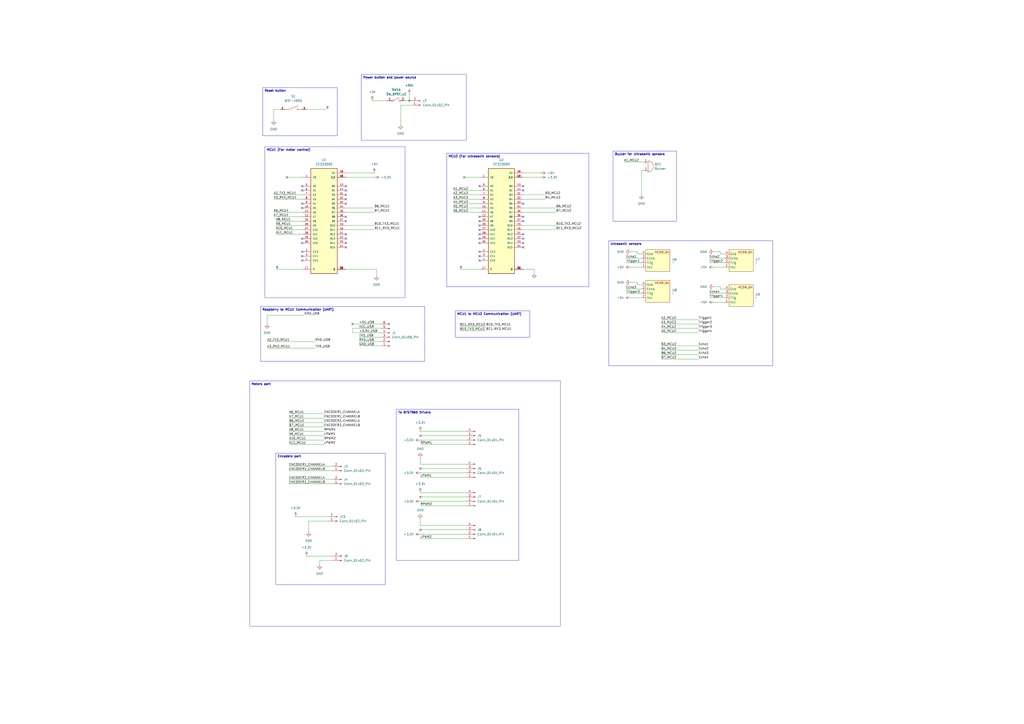
<source format=kicad_sch>
(kicad_sch (version 20231120) (generator "eeschema") (generator_version "8.0")
  (paper "A2")
  (lib_symbols
    (symbol "B3F-4055:B3F-4055" (pin_names (offset 1.016))
      (property "Reference" "S" (at -2.54 2.54 0))
      (property "Value" "B3F-4055" (at -2.54 -2.54 0))
      (symbol "B3F-4055_0_0"
        (polyline (pts (xy -2.54 0) (xy -5.08 0)) (stroke (width 0.1524)))
        (polyline (pts (xy -2.54 0) (xy 2.794 2.1336)) (stroke (width 0.1524)))
        (polyline (pts (xy 5.08 0) (xy 2.921 0)) (stroke (width 0.1524)))
        (circle (center 2.54 0) (radius 0.3302) (stroke (width 0.1524)))
        (pin passive line (at -7.62 0 0) (length 2.54) (name "~") (number "1"))
        (pin passive line (at -7.62 0 0) (length 2.54) (name "~") (number "2"))
        (pin passive line (at 7.62 0 180) (length 2.54) (name "~") (number "3"))
        (pin passive line (at 7.62 0 180) (length 2.54) (name "~") (number "4"))
      )
    )
    (symbol "Connector:Conn_01x02_Pin" (pin_names (offset 1.016) hide)
      (property "Reference" "J" (at 0 2.54 0))
      (property "Value" "Conn_01x02_Pin" (at 0 -5.08 0))
      (symbol "Conn_01x02_Pin_1_1"
        (polyline (pts (xy 1.27 -2.54) (xy 0.8636 -2.54)) (stroke (width 0.1524)))
        (polyline (pts (xy 1.27 0) (xy 0.8636 0)) (stroke (width 0.1524)))
        (rectangle (start 0.8636 -2.413) (end 0 -2.667) (stroke (width 0.1524)) (fill (type outline)))
        (rectangle (start 0.8636 0.127) (end 0 -0.127) (stroke (width 0.1524)) (fill (type outline)))
        (pin passive line (at 5.08 0 180) (length 3.81) (name "Pin_1") (number "1"))
        (pin passive line (at 5.08 -2.54 180) (length 3.81) (name "Pin_2") (number "2"))
      )
    )
    (symbol "Connector:Conn_01x04_Pin" (pin_names (offset 1.016) hide)
      (property "Reference" "J" (at 0 5.08 0))
      (property "Value" "Conn_01x04_Pin" (at 0 -7.62 0))
      (symbol "Conn_01x04_Pin_1_1"
        (polyline (pts (xy 1.27 -5.08) (xy 0.8636 -5.08)) (stroke (width 0.1524)))
        (polyline (pts (xy 1.27 -2.54) (xy 0.8636 -2.54)) (stroke (width 0.1524)))
        (polyline (pts (xy 1.27 0) (xy 0.8636 0)) (stroke (width 0.1524)))
        (polyline (pts (xy 1.27 2.54) (xy 0.8636 2.54)) (stroke (width 0.1524)))
        (rectangle (start 0.8636 -4.953) (end 0 -5.207) (stroke (width 0.1524)) (fill (type outline)))
        (rectangle (start 0.8636 -2.413) (end 0 -2.667) (stroke (width 0.1524)) (fill (type outline)))
        (rectangle (start 0.8636 0.127) (end 0 -0.127) (stroke (width 0.1524)) (fill (type outline)))
        (rectangle (start 0.8636 2.667) (end 0 2.413) (stroke (width 0.1524)) (fill (type outline)))
        (pin passive line (at 5.08 2.54 180) (length 3.81) (name "Pin_1") (number "1"))
        (pin passive line (at 5.08 0 180) (length 3.81) (name "Pin_2") (number "2"))
        (pin passive line (at 5.08 -2.54 180) (length 3.81) (name "Pin_3") (number "3"))
        (pin passive line (at 5.08 -5.08 180) (length 3.81) (name "Pin_4") (number "4"))
      )
    )
    (symbol "Connector:Conn_01x06_Pin" (pin_names (offset 1.016) hide)
      (property "Reference" "J" (at 0 7.62 0))
      (property "Value" "Conn_01x06_Pin" (at 0 -10.16 0))
      (symbol "Conn_01x06_Pin_1_1"
        (polyline (pts (xy 1.27 -7.62) (xy 0.8636 -7.62)) (stroke (width 0.1524)))
        (polyline (pts (xy 1.27 -5.08) (xy 0.8636 -5.08)) (stroke (width 0.1524)))
        (polyline (pts (xy 1.27 -2.54) (xy 0.8636 -2.54)) (stroke (width 0.1524)))
        (polyline (pts (xy 1.27 0) (xy 0.8636 0)) (stroke (width 0.1524)))
        (polyline (pts (xy 1.27 2.54) (xy 0.8636 2.54)) (stroke (width 0.1524)))
        (polyline (pts (xy 1.27 5.08) (xy 0.8636 5.08)) (stroke (width 0.1524)))
        (rectangle (start 0.8636 -7.493) (end 0 -7.747) (stroke (width 0.1524)) (fill (type outline)))
        (rectangle (start 0.8636 -4.953) (end 0 -5.207) (stroke (width 0.1524)) (fill (type outline)))
        (rectangle (start 0.8636 -2.413) (end 0 -2.667) (stroke (width 0.1524)) (fill (type outline)))
        (rectangle (start 0.8636 0.127) (end 0 -0.127) (stroke (width 0.1524)) (fill (type outline)))
        (rectangle (start 0.8636 2.667) (end 0 2.413) (stroke (width 0.1524)) (fill (type outline)))
        (rectangle (start 0.8636 5.207) (end 0 4.953) (stroke (width 0.1524)) (fill (type outline)))
        (pin passive line (at 5.08 5.08 180) (length 3.81) (name "Pin_1") (number "1"))
        (pin passive line (at 5.08 2.54 180) (length 3.81) (name "Pin_2") (number "2"))
        (pin passive line (at 5.08 0 180) (length 3.81) (name "Pin_3") (number "3"))
        (pin passive line (at 5.08 -2.54 180) (length 3.81) (name "Pin_4") (number "4"))
        (pin passive line (at 5.08 -5.08 180) (length 3.81) (name "Pin_5") (number "5"))
        (pin passive line (at 5.08 -7.62 180) (length 3.81) (name "Pin_6") (number "6"))
      )
    )
    (symbol "Device:Buzzer" (pin_names (offset 0.0254) hide)
      (property "Reference" "BZ" (at 3.81 1.27 0))
      (property "Value" "Buzzer" (at 3.81 -1.27 0))
      (symbol "Buzzer_0_1"
        (arc (start 0 -3.175) (mid 3.1612 0) (end 0 3.175))
        (polyline (pts (xy -1.651 1.905) (xy -1.143 1.905)))
        (polyline (pts (xy -1.397 2.159) (xy -1.397 1.651)))
        (polyline (pts (xy 0 3.175) (xy 0 -3.175)))
      )
      (symbol "Buzzer_1_1"
        (pin passive line (at -2.54 2.54 0) (length 2.54) (name "+") (number "1"))
        (pin passive line (at -2.54 -2.54 0) (length 2.54) (name "-") (number "2"))
      )
    )
    (symbol "HCSR_04_symbol:HCSR_04_module"
      (property "Reference" "U" (at 0 0 0))
      (symbol "HCSR_04_module_1_1"
        (rectangle (start 2.54 7.62) (end 16.51 -5.08) (fill (type background)))
        (text "HCSR_04" (at 11.938 6.096 0) (effects (font (size 1.27 1.27))))
        (pin power_in line (at 0 -2.54 0) (length 2.54) (name "Vcc") (number "1"))
        (pin input line (at 0 0 0) (length 2.54) (name "Trig") (number "2"))
        (pin output line (at 0 2.54 0) (length 2.54) (name "Echo") (number "3"))
        (pin power_in line (at 0 5.08 0) (length 2.54) (name "Gnd") (number "4"))
      )
    )
    (symbol "Switch:SW_DPST_x2" (pin_names (offset 0) hide)
      (property "Reference" "SW" (at 0 3.175 0))
      (property "Value" "SW_DPST_x2" (at 0 -2.54 0))
      (symbol "SW_DPST_x2_0_0"
        (circle (center -2.032 0) (radius 0.508))
        (polyline (pts (xy -1.524 0.254) (xy 1.524 1.778)))
        (circle (center 2.032 0) (radius 0.508))
      )
      (symbol "SW_DPST_x2_1_1"
        (pin passive line (at -5.08 0 0) (length 2.54) (name "A") (number "1"))
        (pin passive line (at 5.08 0 180) (length 2.54) (name "B") (number "2"))
      )
      (symbol "SW_DPST_x2_2_1"
        (pin passive line (at -5.08 0 0) (length 2.54) (name "A") (number "3"))
        (pin passive line (at 5.08 0 180) (length 2.54) (name "B") (number "4"))
      )
    )
    (symbol "ZC323000:ZC323000" (pin_names (offset 1.016))
      (property "Reference" "U" (at -7.62 31.75 0))
      (property "Value" "ZC323000" (at -7.62 -31.75 0))
      (symbol "ZC323000_0_0"
        (rectangle (start -7.62 -30.48) (end 7.62 30.48) (stroke (width 0.254)) (fill (type background)))
        (pin bidirectional line (at -12.7 25.4 0) (length 5.08) (name "VB") (number "1"))
        (pin bidirectional line (at -12.7 7.62 0) (length 5.08) (name "A5") (number "10"))
        (pin bidirectional line (at -12.7 5.08 0) (length 5.08) (name "A6") (number "11"))
        (pin bidirectional line (at -12.7 2.54 0) (length 5.08) (name "A7") (number "12"))
        (pin bidirectional line (at 12.7 20.32 180) (length 5.08) (name "B0") (number "13"))
        (pin bidirectional line (at 12.7 17.78 180) (length 5.08) (name "B1") (number "14"))
        (pin bidirectional line (at 12.7 -2.54 180) (length 5.08) (name "B10") (number "15"))
        (pin bidirectional line (at 12.7 -5.08 180) (length 5.08) (name "B11") (number "16"))
        (pin bidirectional line (at -12.7 -27.94 0) (length 5.08) (name "R") (number "17"))
        (pin power_in line (at 12.7 25.4 180) (length 5.08) (name "3.3") (number "18"))
        (pin power_in line (at 12.7 -27.94 180) (length 5.08) (name "G") (number "19"))
        (pin bidirectional line (at -12.7 -17.78 0) (length 5.08) (name "C13") (number "2"))
        (pin power_in line (at 12.7 -27.94 180) (length 5.08) (name "G") (number "20"))
        (pin bidirectional line (at 12.7 -7.62 180) (length 5.08) (name "B12") (number "21"))
        (pin bidirectional line (at 12.7 -10.16 180) (length 5.08) (name "B13") (number "22"))
        (pin bidirectional line (at 12.7 -12.7 180) (length 5.08) (name "B14") (number "23"))
        (pin bidirectional line (at 12.7 -15.24 180) (length 5.08) (name "B15") (number "24"))
        (pin bidirectional line (at -12.7 0 0) (length 5.08) (name "A8") (number "25"))
        (pin bidirectional line (at -12.7 -2.54 0) (length 5.08) (name "A9") (number "26"))
        (pin bidirectional line (at -12.7 -5.08 0) (length 5.08) (name "A10") (number "27"))
        (pin bidirectional line (at -12.7 -7.62 0) (length 5.08) (name "A11") (number "28"))
        (pin bidirectional line (at -12.7 -10.16 0) (length 5.08) (name "A12") (number "29"))
        (pin bidirectional line (at -12.7 -20.32 0) (length 5.08) (name "C14") (number "3"))
        (pin bidirectional line (at -12.7 -12.7 0) (length 5.08) (name "A15") (number "30"))
        (pin bidirectional line (at 12.7 15.24 180) (length 5.08) (name "B3") (number "31"))
        (pin bidirectional line (at 12.7 12.7 180) (length 5.08) (name "B4") (number "32"))
        (pin bidirectional line (at 12.7 10.16 180) (length 5.08) (name "B5") (number "33"))
        (pin bidirectional line (at 12.7 7.62 180) (length 5.08) (name "B6") (number "34"))
        (pin bidirectional line (at 12.7 5.08 180) (length 5.08) (name "B7") (number "35"))
        (pin bidirectional line (at 12.7 2.54 180) (length 5.08) (name "B8") (number "36"))
        (pin bidirectional line (at 12.7 0 180) (length 5.08) (name "B9") (number "37"))
        (pin power_in line (at 12.7 27.94 180) (length 5.08) (name "5V") (number "38"))
        (pin power_in line (at 12.7 -27.94 180) (length 5.08) (name "G") (number "39"))
        (pin bidirectional line (at -12.7 -22.86 0) (length 5.08) (name "C15") (number "4"))
        (pin power_in line (at 12.7 25.4 180) (length 5.08) (name "3.3") (number "40"))
        (pin bidirectional line (at -12.7 20.32 0) (length 5.08) (name "A0") (number "5"))
        (pin bidirectional line (at -12.7 17.78 0) (length 5.08) (name "A1") (number "6"))
        (pin bidirectional line (at -12.7 15.24 0) (length 5.08) (name "A2") (number "7"))
        (pin bidirectional line (at -12.7 12.7 0) (length 5.08) (name "A3") (number "8"))
        (pin bidirectional line (at -12.7 10.16 0) (length 5.08) (name "A4") (number "9"))
      )
    )
    (symbol "power:+3.3V" (power) (pin_numbers hide) (pin_names (offset 0) hide)
      (property "Value" "+3.3V" (at 0 3.556 0))
      (symbol "+3.3V_0_1"
        (polyline (pts (xy -0.762 1.27) (xy 0 2.54)))
        (polyline (pts (xy 0 0) (xy 0 2.54)))
        (polyline (pts (xy 0 2.54) (xy 0.762 1.27)))
      )
      (symbol "+3.3V_1_1"
        (pin power_in line (at 0 0 90) (length 0) (name "~") (number "1"))
      )
    )
    (symbol "power:+5V" (power) (pin_numbers hide) (pin_names (offset 0) hide)
      (property "Value" "+5V" (at 0 3.556 0))
      (symbol "+5V_0_1"
        (polyline (pts (xy -0.762 1.27) (xy 0 2.54)))
        (polyline (pts (xy 0 0) (xy 0 2.54)))
        (polyline (pts (xy 0 2.54) (xy 0.762 1.27)))
      )
      (symbol "+5V_1_1"
        (pin power_in line (at 0 0 90) (length 0) (name "~") (number "1"))
      )
    )
    (symbol "power:+5VL" (power) (pin_numbers hide) (pin_names (offset 0) hide)
      (property "Value" "+5VL" (at 0 3.556 0))
      (symbol "+5VL_0_1"
        (polyline (pts (xy -0.762 1.27) (xy 0 2.54)))
        (polyline (pts (xy 0 0) (xy 0 2.54)))
        (polyline (pts (xy 0 2.54) (xy 0.762 1.27)))
      )
      (symbol "+5VL_1_1"
        (pin power_in line (at 0 0 90) (length 0) (name "~") (number "1"))
      )
    )
    (symbol "power:GND" (power) (pin_numbers hide) (pin_names (offset 0) hide)
      (property "Value" "GND" (at 0 -3.81 0))
      (symbol "GND_0_1"
        (polyline (pts (xy 0 0) (xy 0 -1.27) (xy 1.27 -1.27) (xy 0 -2.54) (xy -1.27 -1.27) (xy 0 -1.27)))
      )
      (symbol "GND_1_1"
        (pin power_in line (at 0 0 270) (length 0) (name "~") (number "1"))
      )
    )
  )
  (junction (at 237.49 58.42))
  (no_connect (at 243.84 307.34))
  (no_connect (at 303.53 140.97))
  (no_connect (at 303.53 118.11))
  (no_connect (at 200.66 110.49))
  (no_connect (at 175.26 151.13))
  (no_connect (at 200.66 118.11))
  (no_connect (at 175.26 140.97))
  (no_connect (at 278.13 148.59))
  (no_connect (at 200.66 143.51))
  (no_connect (at 200.66 128.27))
  (no_connect (at 278.13 140.97))
  (no_connect (at 243.84 271.78))
  (no_connect (at 175.26 118.11))
  (no_connect (at 200.66 140.97))
  (no_connect (at 303.53 107.95))
  (no_connect (at 303.53 125.73))
  (no_connect (at 200.66 113.03))
  (no_connect (at 278.13 135.89))
  (no_connect (at 303.53 135.89))
  (no_connect (at 200.66 138.43))
  (no_connect (at 175.26 138.43))
  (no_connect (at 204.47 187.96))
  (no_connect (at 278.13 125.73))
  (no_connect (at 278.13 151.13))
  (no_connect (at 175.26 110.49))
  (no_connect (at 303.53 110.49))
  (no_connect (at 243.84 288.29))
  (no_connect (at 200.66 107.95))
  (no_connect (at 200.66 135.89))
  (no_connect (at 278.13 138.43))
  (no_connect (at 278.13 146.05))
  (no_connect (at 278.13 128.27))
  (no_connect (at 200.66 125.73))
  (no_connect (at 278.13 133.35))
  (no_connect (at 303.53 138.43))
  (no_connect (at 243.84 252.73))
  (no_connect (at 200.66 115.57))
  (no_connect (at 175.26 148.59))
  (no_connect (at 175.26 107.95))
  (no_connect (at 166.37 102.87))
  (no_connect (at 278.13 107.95))
  (no_connect (at 303.53 128.27))
  (no_connect (at 175.26 146.05))
  (no_connect (at 269.24 102.87))
  (no_connect (at 175.26 120.65))
  (no_connect (at 303.53 143.51))
  (no_connect (at 278.13 130.81))
  (wire (pts (xy 158.75 123.19) (xy 175.26 123.19)))
  (wire (pts (xy 243.84 293.37) (xy 270.51 293.37)))
  (wire (pts (xy 177.8 322.58) (xy 193.04 322.58)))
  (wire (pts (xy 158.75 125.73) (xy 175.26 125.73)))
  (wire (pts (xy 160.02 130.81) (xy 175.26 130.81)))
  (wire (pts (xy 167.64 273.05) (xy 193.04 273.05)))
  (wire (pts (xy 266.7 156.21) (xy 278.13 156.21)))
  (wire (pts (xy 185.42 325.12) (xy 185.42 327.66)))
  (wire (pts (xy 243.84 252.73) (xy 270.51 252.73)))
  (wire (pts (xy 420.37 167.64) (xy 417.83 167.64)))
  (wire (pts (xy 269.24 102.87) (xy 278.13 102.87)))
  (wire (pts (xy 369.57 147.32) (xy 369.57 146.05)))
  (wire (pts (xy 417.83 147.32) (xy 417.83 146.05)))
  (wire (pts (xy 365.76 154.94) (xy 372.11 154.94)))
  (wire (pts (xy 303.53 100.33) (xy 313.69 100.33)))
  (wire (pts (xy 383.54 187.96) (xy 405.13 187.96)))
  (wire (pts (xy 383.54 185.42) (xy 405.13 185.42)))
  (wire (pts (xy 363.22 167.64) (xy 372.11 167.64)))
  (wire (pts (xy 234.95 58.42) (xy 237.49 58.42)))
  (wire (pts (xy 363.22 149.86) (xy 372.11 149.86)))
  (wire (pts (xy 208.28 200.66) (xy 220.98 200.66)))
  (wire (pts (xy 243.84 307.34) (xy 270.51 307.34)))
  (wire (pts (xy 167.64 270.51) (xy 193.04 270.51)))
  (wire (pts (xy 266.7 191.77) (xy 281.94 191.77)))
  (wire (pts (xy 158.75 113.03) (xy 175.26 113.03)))
  (wire (pts (xy 243.84 300.99) (xy 243.84 304.8)))
  (wire (pts (xy 167.64 245.11) (xy 187.96 245.11)))
  (wire (pts (xy 204.47 193.04) (xy 220.98 193.04)))
  (wire (pts (xy 417.83 167.64) (xy 417.83 166.37)))
  (wire (pts (xy 303.53 123.19) (xy 322.58 123.19)))
  (wire (pts (xy 208.28 198.12) (xy 220.98 198.12)))
  (wire (pts (xy 200.66 100.33) (xy 217.17 100.33)))
  (wire (pts (xy 167.64 240.03) (xy 187.96 240.03)))
  (wire (pts (xy 262.89 113.03) (xy 278.13 113.03)))
  (wire (pts (xy 200.66 130.81) (xy 217.17 130.81)))
  (wire (pts (xy 373.38 99.06) (xy 372.11 99.06)))
  (wire (pts (xy 232.41 60.96) (xy 232.41 72.39)))
  (wire (pts (xy 167.64 280.67) (xy 193.04 280.67)))
  (wire (pts (xy 177.8 63.5) (xy 189.23 63.5)))
  (wire (pts (xy 303.53 133.35) (xy 322.58 133.35)))
  (wire (pts (xy 383.54 205.74) (xy 405.13 205.74)))
  (wire (pts (xy 262.89 118.11) (xy 278.13 118.11)))
  (wire (pts (xy 167.64 250.19) (xy 187.96 250.19)))
  (wire (pts (xy 160.02 135.89) (xy 175.26 135.89)))
  (wire (pts (xy 167.64 252.73) (xy 187.96 252.73)))
  (wire (pts (xy 200.66 123.19) (xy 217.17 123.19)))
  (wire (pts (xy 154.94 198.12) (xy 182.88 198.12)))
  (wire (pts (xy 383.54 193.04) (xy 405.13 193.04)))
  (wire (pts (xy 262.89 120.65) (xy 278.13 120.65)))
  (wire (pts (xy 411.48 152.4) (xy 420.37 152.4)))
  (wire (pts (xy 243.84 274.32) (xy 270.51 274.32)))
  (wire (pts (xy 237.49 58.42) (xy 238.76 58.42)))
  (wire (pts (xy 365.76 146.05) (xy 369.57 146.05)))
  (wire (pts (xy 414.02 154.94) (xy 420.37 154.94)))
  (wire (pts (xy 167.64 255.27) (xy 187.96 255.27)))
  (wire (pts (xy 243.84 312.42) (xy 270.51 312.42)))
  (wire (pts (xy 243.84 276.86) (xy 270.51 276.86)))
  (wire (pts (xy 243.84 271.78) (xy 270.51 271.78)))
  (wire (pts (xy 166.37 102.87) (xy 175.26 102.87)))
  (wire (pts (xy 309.88 156.21) (xy 309.88 158.75)))
  (wire (pts (xy 303.53 115.57) (xy 316.23 115.57)))
  (wire (pts (xy 204.47 190.5) (xy 204.47 193.04)))
  (wire (pts (xy 303.53 120.65) (xy 322.58 120.65)))
  (wire (pts (xy 372.11 99.06) (xy 372.11 113.03)))
  (wire (pts (xy 200.66 133.35) (xy 217.17 133.35)))
  (wire (pts (xy 303.53 156.21) (xy 309.88 156.21)))
  (wire (pts (xy 190.5 302.26) (xy 179.07 302.26)))
  (wire (pts (xy 372.11 165.1) (xy 369.57 165.1)))
  (wire (pts (xy 162.56 63.5) (xy 158.75 63.5)))
  (wire (pts (xy 243.84 304.8) (xy 270.51 304.8)))
  (wire (pts (xy 200.66 102.87) (xy 217.17 102.87)))
  (wire (pts (xy 383.54 200.66) (xy 405.13 200.66)))
  (wire (pts (xy 158.75 115.57) (xy 175.26 115.57)))
  (wire (pts (xy 303.53 113.03) (xy 316.23 113.03)))
  (wire (pts (xy 411.48 172.72) (xy 420.37 172.72)))
  (wire (pts (xy 167.64 242.57) (xy 187.96 242.57)))
  (wire (pts (xy 262.89 123.19) (xy 278.13 123.19)))
  (wire (pts (xy 154.94 182.88) (xy 176.53 182.88)))
  (wire (pts (xy 414.02 166.37) (xy 417.83 166.37)))
  (wire (pts (xy 243.84 269.24) (xy 270.51 269.24)))
  (wire (pts (xy 243.84 265.43) (xy 243.84 269.24)))
  (wire (pts (xy 243.84 250.19) (xy 270.51 250.19)))
  (wire (pts (xy 243.84 288.29) (xy 270.51 288.29)))
  (wire (pts (xy 365.76 172.72) (xy 372.11 172.72)))
  (wire (pts (xy 383.54 208.28) (xy 405.13 208.28)))
  (wire (pts (xy 243.84 309.88) (xy 270.51 309.88)))
  (wire (pts (xy 160.02 128.27) (xy 175.26 128.27)))
  (wire (pts (xy 363.22 152.4) (xy 372.11 152.4)))
  (wire (pts (xy 262.89 110.49) (xy 278.13 110.49)))
  (wire (pts (xy 262.89 115.57) (xy 278.13 115.57)))
  (wire (pts (xy 411.48 149.86) (xy 420.37 149.86)))
  (wire (pts (xy 383.54 190.5) (xy 405.13 190.5)))
  (wire (pts (xy 208.28 195.58) (xy 220.98 195.58)))
  (wire (pts (xy 167.64 278.13) (xy 193.04 278.13)))
  (wire (pts (xy 420.37 147.32) (xy 417.83 147.32)))
  (wire (pts (xy 158.75 63.5) (xy 158.75 69.85)))
  (wire (pts (xy 160.02 133.35) (xy 175.26 133.35)))
  (wire (pts (xy 167.64 247.65) (xy 187.96 247.65)))
  (wire (pts (xy 243.84 290.83) (xy 270.51 290.83)))
  (wire (pts (xy 171.45 299.72) (xy 190.5 299.72)))
  (wire (pts (xy 411.48 170.18) (xy 420.37 170.18)))
  (wire (pts (xy 204.47 190.5) (xy 220.98 190.5)))
  (wire (pts (xy 363.22 170.18) (xy 372.11 170.18)))
  (wire (pts (xy 215.9 58.42) (xy 224.79 58.42)))
  (wire (pts (xy 414.02 146.05) (xy 417.83 146.05)))
  (wire (pts (xy 179.07 302.26) (xy 179.07 308.61)))
  (wire (pts (xy 243.84 285.75) (xy 270.51 285.75)))
  (wire (pts (xy 167.64 257.81) (xy 187.96 257.81)))
  (wire (pts (xy 383.54 203.2) (xy 405.13 203.2)))
  (wire (pts (xy 243.84 257.81) (xy 270.51 257.81)))
  (wire (pts (xy 365.76 163.83) (xy 369.57 163.83)))
  (wire (pts (xy 243.84 255.27) (xy 270.51 255.27)))
  (wire (pts (xy 218.44 156.21) (xy 218.44 160.02)))
  (wire (pts (xy 361.95 93.98) (xy 373.38 93.98)))
  (wire (pts (xy 372.11 147.32) (xy 369.57 147.32)))
  (wire (pts (xy 154.94 182.88) (xy 154.94 187.96)))
  (wire (pts (xy 303.53 102.87) (xy 313.69 102.87)))
  (wire (pts (xy 160.02 156.21) (xy 175.26 156.21)))
  (wire (pts (xy 154.94 201.93) (xy 182.88 201.93)))
  (wire (pts (xy 200.66 120.65) (xy 217.17 120.65)))
  (wire (pts (xy 238.76 60.96) (xy 232.41 60.96)))
  (wire (pts (xy 237.49 54.61) (xy 237.49 58.42)))
  (wire (pts (xy 369.57 165.1) (xy 369.57 163.83)))
  (wire (pts (xy 414.02 175.26) (xy 420.37 175.26)))
  (wire (pts (xy 303.53 130.81) (xy 322.58 130.81)))
  (wire (pts (xy 193.04 325.12) (xy 185.42 325.12)))
  (wire (pts (xy 200.66 156.21) (xy 218.44 156.21)))
  (wire (pts (xy 204.47 187.96) (xy 220.98 187.96)))
  (wire (pts (xy 266.7 189.23) (xy 281.94 189.23)))
  (text_box "To BTS7960 Drivers" (at 229.87 237.49 0) (size 71.12 87.63) (effects (font (size 1.27 1.27) (thickness 0.254) (bold yes)) (justify left top)))
  (text_box "MCU2 (For Ultrasonic sensors)\n" (at 259.08 88.9 0) (size 82.55 77.47) (effects (font (size 1.27 1.27) (thickness 0.254) (bold yes)) (justify left top)))
  (text_box "Reset button\n" (at 152.4 50.8 0) (size 43.18 27.94) (effects (font (size 1.27 1.27) (thickness 0.254) (bold yes)) (justify left top)))
  (text_box "Encoders part" (at 160.02 262.89 0) (size 63.5 76.2) (effects (font (size 1.27 1.27) (thickness 0.254) (bold yes)) (justify left top)))
  (text_box "MCU1 to MCU2 Communication (UART)\n" (at 264.16 180.34 0) (size 43.18 15.24) (effects (font (size 1.27 1.27) (thickness 0.254) (bold yes)) (justify left top)))
  (text_box "MCU1 (For motor control)" (at 153.67 85.09 0) (size 81.28 87.63) (effects (font (size 1.27 1.27) (thickness 0.254) (bold yes)) (justify left top)))
  (text_box "Buzzer for Ultrasonic sensors " (at 355.6 87.63 0) (size 36.83 40.64) (effects (font (size 1.27 1.27) (thickness 0.254) (bold yes)) (justify left top)))
  (text_box "Raspberry to MCU1 Communication (UART)" (at 151.13 177.8 0) (size 95.25 31.75) (effects (font (size 1.27 1.27) (thickness 0.254) (bold yes)) (justify left top)))
  (text_box "Power button and power source\n\n" (at 209.55 43.18 0) (size 60.96 38.1) (effects (font (size 1.27 1.27) (thickness 0.254) (bold yes)) (justify left top)))
  (text_box "Ultrasonic sensors\n" (at 353.06 139.7 0) (size 95.25 72.39) (effects (font (size 1.27 1.27) (thickness 0.254) (bold yes)) (justify left top)))
  (text_box "Motors part\n" (at 144.78 220.98 0) (size 180.34 142.24) (effects (font (size 1.27 1.27) (thickness 0.254) (bold yes)) (justify left top)))
  (label "GND_USB" (at 176.53 182.88 0))
  (label "ENCODER1_CHANNELB" (at 167.64 273.05 0))
  (label "A6_MCU2" (at 262.89 123.19 0))
  (label "A7_MCU1" (at 158.75 125.73 0))
  (label "Echo1" (at 363.22 149.86 0))
  (label "A2_MCU2" (at 383.54 185.42 0))
  (label "ENCODER2_CHANNELB" (at 187.96 247.65 0))
  (label "Echo1" (at 405.13 200.66 0))
  (label "A5_MCU2" (at 262.89 120.65 0))
  (label "Trigger2" (at 411.48 152.4 0))
  (label "A6_MCU1" (at 158.75 123.19 0))
  (label "Echo4" (at 411.48 170.18 0))
  (label "A11_MCU1" (at 160.02 135.89 0))
  (label "A1_MCU2" (at 361.95 93.98 0))
  (label "Trigger4" (at 405.13 193.04 0))
  (label "RXD_USB" (at 208.28 198.12 0))
  (label "B3_MCU2" (at 383.54 200.66 0))
  (label "A10_MCU1" (at 160.02 133.35 0))
  (label "B3_MCU2" (at 316.23 113.03 0))
  (label "A5_MCU2" (at 383.54 193.04 0))
  (label "B10_TX3_MCU1" (at 217.17 130.81 0))
  (label "B11_RX3_MCU2" (at 266.7 189.23 0))
  (label "Echo4" (at 405.13 208.28 0))
  (label "B10_TX3_MCU2" (at 266.7 191.77 0))
  (label "R" (at 189.23 63.5 0))
  (label "A10_MCU1" (at 167.64 255.27 0))
  (label "A6_MCU1" (at 167.64 240.03 0))
  (label "ENCODER2_CHANNELB" (at 167.64 280.67 0))
  (label "Trigger1" (at 405.13 185.42 0))
  (label "ENCODER1_CHANNELA" (at 187.96 240.03 0))
  (label "Trigger2" (at 405.13 187.96 0))
  (label "A11_MCU1" (at 167.64 257.81 0))
  (label "B10_TX3_MCU1" (at 281.94 189.23 0))
  (label "A7_MCU1" (at 167.64 242.57 0))
  (label "A1_MCU2" (at 262.89 110.49 0))
  (label "B4_MCU2" (at 383.54 203.2 0))
  (label "ENCODER2_CHANNELA" (at 167.64 278.13 0))
  (label "LPWM2" (at 187.96 257.81 0))
  (label "A2_TX2_MCU1" (at 158.75 113.03 0))
  (label "RPWM2" (at 243.84 293.37 0))
  (label "B7_MCU1" (at 217.17 123.19 0))
  (label "LPWM1" (at 243.84 276.86 0))
  (label "Trigger3" (at 363.22 170.18 0))
  (label "A4_MCU2" (at 383.54 190.5 0))
  (label "RPWM2" (at 187.96 255.27 0))
  (label "A3_RX2_MCU1" (at 158.75 115.57 0))
  (label "Trigger3" (at 405.13 190.5 0))
  (label "LPWM2" (at 243.84 312.42 0))
  (label "B11_RX3_MCU2" (at 322.58 133.35 0))
  (label "B4_MCU2" (at 316.23 115.57 0))
  (label "A8_MCU1" (at 160.02 128.27 0))
  (label "TXD_USB" (at 208.28 195.58 0))
  (label "+3.3V_USB" (at 208.28 193.04 0))
  (label "RPWM1" (at 243.84 257.81 0))
  (label "R" (at 160.02 156.21 0))
  (label "R" (at 266.7 156.21 0))
  (label "VCC_USB" (at 208.28 190.5 0))
  (label "Echo2" (at 405.13 203.2 0))
  (label "B6_MCU1" (at 167.64 245.11 0))
  (label "B11_RX3_MCU1" (at 217.17 133.35 0))
  (label "B6_MCU1" (at 217.17 120.65 0))
  (label "A4_MCU2" (at 262.89 118.11 0))
  (label "ENCODER2_CHANNELA" (at 187.96 245.11 0))
  (label "RPWM1" (at 187.96 250.19 0))
  (label "A3_MUC2" (at 262.89 115.57 0))
  (label "Echo3" (at 363.22 167.64 0))
  (label "Trigger4" (at 411.48 172.72 0))
  (label "A2_MCU2" (at 262.89 113.03 0))
  (label "LPWM1" (at 187.96 252.73 0))
  (label "A9_MCU1" (at 167.64 252.73 0))
  (label "+5V_USB" (at 208.28 187.96 0))
  (label "B10_TX3_MCU2" (at 322.58 130.81 0))
  (label "TXD_USB" (at 182.88 201.93 0))
  (label "B7_MCU2" (at 322.58 123.19 0))
  (label "B11_RX3_MCU1" (at 281.94 191.77 0))
  (label "GND_USB" (at 208.28 200.66 0))
  (label "Echo2" (at 411.48 149.86 0))
  (label "A3_RX2_MCU1" (at 154.94 201.93 0))
  (label "RXD_USB" (at 182.88 198.12 0))
  (label "A2_TX2_MCU1" (at 154.94 198.12 0))
  (label "A9_MCU1" (at 160.02 130.81 0))
  (label "A3_MUC2" (at 383.54 187.96 0))
  (label "B6_MCU2" (at 383.54 205.74 0))
  (label "ENCODER1_CHANNELB" (at 187.96 242.57 0))
  (label "B7_MCU1" (at 167.64 247.65 0))
  (label "ENCODER1_CHANNELA" (at 167.64 270.51 0))
  (label "B7_MCU2" (at 383.54 208.28 0))
  (label "Trigger1" (at 363.22 152.4 0))
  (label "B6_MCU2" (at 322.58 120.65 0))
  (label "Echo3" (at 405.13 205.74 0))
  (label "A8_MCU1" (at 167.64 250.19 0))
  (symbol (lib_id "power:GND") (at 243.84 265.43 180) (unit 1)
    (property "Reference" "#PWR029" (effects (hide yes)))
    (property "Value" "GND" (at 243.84 260.35 0))
    (property "Description" "Power symbol creates a global label with name \"GND\" , ground" (effects (hide yes)))
  )
  (symbol (lib_id "Connector:Conn_01x02_Pin") (at 198.12 273.05 180) (unit 1)
    (property "Reference" "J3" (at 199.39 270.5099 0) (effects (justify right)))
    (property "Value" "Conn_01x02_Pin" (at 199.39 273.0499 0) (effects (justify right)))
    (property "Footprint" "TerminalBlock_MetzConnect:TerminalBlock_MetzConnect_Type073_RT02602HBLU_1x02_P5.08mm_Horizontal" (effects (hide yes)))
    (property "Description" "Generic connector, single row, 01x02, script generated" (effects (hide yes)))
  )
  (symbol (lib_id "power:+3.3V") (at 243.84 274.32 90) (unit 1)
    (property "Reference" "#PWR030" (effects (hide yes)))
    (property "Value" "+3.3V" (at 240.03 274.3199 90) (effects (justify left)))
    (property "Description" "Power symbol creates a global label with name \"+3.3V\"" (effects (hide yes)))
  )
  (symbol (lib_id "Connector:Conn_01x04_Pin") (at 275.59 309.88 180) (unit 1)
    (property "Reference" "J8" (at 276.86 307.3399 0) (effects (justify right)))
    (property "Value" "Conn_01x04_Pin" (at 276.86 309.8799 0) (effects (justify right)))
    (property "Footprint" "Connector_PinHeader_2.54mm:PinHeader_1x04_P2.54mm_Vertical" (effects (hide yes)))
    (property "Description" "Generic connector, single row, 01x04, script generated" (effects (hide yes)))
  )
  (symbol (lib_id "HCSR_04_symbol:HCSR_04_module") (at 420.37 172.72 0) (unit 1)
    (property "Reference" "U9" (at 438.15 170.8149 0) (effects (justify left)))
    (property "Value" "~" (at 438.15 172.72 0) (effects (justify left)))
    (property "Footprint" "Connector_PinHeader_2.54mm:PinHeader_1x04_P2.54mm_Vertical" (effects (hide yes)))
  )
  (symbol (lib_id "HCSR_04_symbol:HCSR_04_module") (at 372.11 170.18 0) (unit 1)
    (property "Reference" "U8" (at 389.89 168.2749 0) (effects (justify left)))
    (property "Value" "~" (at 389.89 170.18 0) (effects (justify left)))
    (property "Footprint" "Connector_PinHeader_2.54mm:PinHeader_1x04_P2.54mm_Vertical" (effects (hide yes)))
  )
  (symbol (lib_id "power:GND") (at 158.75 69.85 0) (unit 1)
    (property "Reference" "#PWR07" (effects (hide yes)))
    (property "Value" "GND" (at 158.75 74.93 0))
    (property "Description" "Power symbol creates a global label with name \"GND\" , ground" (effects (hide yes)))
  )
  (symbol (lib_id "power:GND") (at 232.41 72.39 0) (unit 1)
    (property "Reference" "#PWR03" (effects (hide yes)))
    (property "Value" "GND" (at 232.41 77.47 0))
    (property "Description" "Power symbol creates a global label with name \"GND\" , ground" (effects (hide yes)))
  )
  (symbol (lib_id "power:+3.3V") (at 217.17 102.87 270) (unit 1)
    (property "Reference" "#PWR011" (effects (hide yes)))
    (property "Value" "+3.3V" (at 220.98 102.8699 90) (effects (justify left)))
    (property "Description" "Power symbol creates a global label with name \"+3.3V\"" (effects (hide yes)))
  )
  (symbol (lib_id "power:+3.3V") (at 243.84 290.83 90) (unit 1)
    (property "Reference" "#PWR032" (effects (hide yes)))
    (property "Value" "+3.3V" (at 240.03 290.8299 90) (effects (justify left)))
    (property "Description" "Power symbol creates a global label with name \"+3.3V\"" (effects (hide yes)))
  )
  (symbol (lib_id "Connector:Conn_01x02_Pin") (at 198.12 280.67 180) (unit 1)
    (property "Reference" "J4" (at 199.39 278.1299 0) (effects (justify right)))
    (property "Value" "Conn_01x02_Pin" (at 199.39 280.6699 0) (effects (justify right)))
    (property "Footprint" "TerminalBlock_MetzConnect:TerminalBlock_MetzConnect_Type073_RT02602HBLU_1x02_P5.08mm_Horizontal" (effects (hide yes)))
    (property "Description" "Generic connector, single row, 01x02, script generated" (effects (hide yes)))
  )
  (symbol (lib_id "power:+5VL") (at 237.49 54.61 0) (unit 1)
    (property "Reference" "#PWR01" (effects (hide yes)))
    (property "Value" "+5VL" (at 237.49 49.53 0))
    (property "Description" "Power symbol creates a global label with name \"+5VL\"" (effects (hide yes)))
  )
  (symbol (lib_id "power:+3.3V") (at 243.84 309.88 90) (unit 1)
    (property "Reference" "#PWR034" (effects (hide yes)))
    (property "Value" "+3.3V" (at 240.03 309.8799 90) (effects (justify left)))
    (property "Description" "Power symbol creates a global label with name \"+3.3V\"" (effects (hide yes)))
  )
  (symbol (lib_id "power:+3.3V") (at 313.69 102.87 270) (unit 1)
    (property "Reference" "#PWR06" (effects (hide yes)))
    (property "Value" "+3.3V" (at 317.5 102.8699 90) (effects (justify left)))
    (property "Description" "Power symbol creates a global label with name \"+3.3V\"" (effects (hide yes)))
  )
  (symbol (lib_id "power:GND") (at 154.94 187.96 0) (unit 1)
    (property "Reference" "#PWR04" (effects (hide yes)))
    (property "Value" "GND" (at 154.94 193.04 0))
    (property "Description" "Power symbol creates a global label with name \"GND\" , ground" (effects (hide yes)))
  )
  (symbol (lib_id "Device:Buzzer") (at 375.92 96.52 0) (unit 1)
    (property "Reference" "BZ1" (at 379.73 95.2499 0) (effects (justify left)))
    (property "Value" "Buzzer" (at 379.73 97.7899 0) (effects (justify left)))
    (property "Footprint" "Buzzer_Beeper:Buzzer_15x7.5RM7.6" (effects (hide yes)))
    (property "Description" "Buzzer, polarized" (effects (hide yes)))
  )
  (symbol (lib_id "power:+3.3V") (at 171.45 299.72 0) (unit 1)
    (property "Reference" "#PWR08" (effects (hide yes)))
    (property "Value" "+3.3V" (at 171.45 294.64 0))
    (property "Description" "Power symbol creates a global label with name \"+3.3V\"" (effects (hide yes)))
  )
  (symbol (lib_id "power:+5V") (at 313.69 100.33 270) (unit 1)
    (property "Reference" "#PWR05" (effects (hide yes)))
    (property "Value" "+5V" (at 317.5 100.3299 90) (effects (justify left)))
    (property "Description" "Power symbol creates a global label with name \"+5V\"" (effects (hide yes)))
  )
  (symbol (lib_id "power:+5V") (at 414.02 154.94 90) (unit 1)
    (property "Reference" "#PWR038" (effects (hide yes)))
    (property "Value" "+5V" (at 410.21 154.9399 90) (effects (justify left)))
    (property "Description" "Power symbol creates a global label with name \"+5V\"" (effects (hide yes)))
  )
  (symbol (lib_id "HCSR_04_symbol:HCSR_04_module") (at 372.11 152.4 0) (unit 1)
    (property "Reference" "U6" (at 389.89 150.4949 0) (effects (justify left)))
    (property "Value" "~" (at 389.89 152.4 0) (effects (justify left)))
    (property "Footprint" "Connector_PinHeader_2.54mm:PinHeader_1x04_P2.54mm_Vertical" (effects (hide yes)))
  )
  (symbol (lib_id "power:+3.3V") (at 177.8 322.58 0) (unit 1)
    (property "Reference" "#PWR022" (effects (hide yes)))
    (property "Value" "+3.3V" (at 177.8 317.5 0))
    (property "Description" "Power symbol creates a global label with name \"+3.3V\"" (effects (hide yes)))
  )
  (symbol (lib_id "Connector:Conn_01x04_Pin") (at 275.59 290.83 180) (unit 1)
    (property "Reference" "J7" (at 276.86 288.2899 0) (effects (justify right)))
    (property "Value" "Conn_01x04_Pin" (at 276.86 290.8299 0) (effects (justify right)))
    (property "Footprint" "Connector_PinHeader_2.54mm:PinHeader_1x04_P2.54mm_Vertical" (effects (hide yes)))
    (property "Description" "Generic connector, single row, 01x04, script generated" (effects (hide yes)))
  )
  (symbol (lib_id "power:GND") (at 243.84 300.99 180) (unit 1)
    (property "Reference" "#PWR033" (effects (hide yes)))
    (property "Value" "GND" (at 243.84 295.91 0))
    (property "Description" "Power symbol creates a global label with name \"GND\" , ground" (effects (hide yes)))
  )
  (symbol (lib_id "power:GND") (at 372.11 113.03 0) (unit 1)
    (property "Reference" "#PWR09" (effects (hide yes)))
    (property "Value" "GND" (at 372.11 118.11 0))
    (property "Description" "Power symbol creates a global label with name \"GND\" , ground" (effects (hide yes)))
  )
  (symbol (lib_id "Connector:Conn_01x04_Pin") (at 275.59 274.32 180) (unit 1)
    (property "Reference" "J6" (at 276.86 271.7799 0) (effects (justify right)))
    (property "Value" "Conn_01x04_Pin" (at 276.86 274.3199 0) (effects (justify right)))
    (property "Footprint" "Connector_PinHeader_2.54mm:PinHeader_1x04_P2.54mm_Vertical" (effects (hide yes)))
    (property "Description" "Generic connector, single row, 01x04, script generated" (effects (hide yes)))
  )
  (symbol (lib_id "HCSR_04_symbol:HCSR_04_module") (at 420.37 152.4 0) (unit 1)
    (property "Reference" "U7" (at 438.15 150.4949 0) (effects (justify left)))
    (property "Value" "~" (at 438.15 152.4 0) (effects (justify left)))
    (property "Footprint" "Connector_PinHeader_2.54mm:PinHeader_1x04_P2.54mm_Vertical" (effects (hide yes)))
  )
  (symbol (lib_id "power:GND") (at 365.76 163.83 270) (unit 1)
    (property "Reference" "#PWR039" (effects (hide yes)))
    (property "Value" "GND" (at 361.95 163.8299 90) (effects (justify right)))
    (property "Description" "Power symbol creates a global label with name \"GND\" , ground" (effects (hide yes)))
  )
  (symbol (lib_id "Switch:SW_DPST_x2") (at 229.87 58.42 0) (unit 1)
    (property "Reference" "SW1" (at 229.87 52.07 0))
    (property "Value" "SW_DPST_x2" (at 229.87 54.61 0))
    (property "Footprint" "Switch_6A:Switch_6A_21x22x15custom" (effects (hide yes)))
    (property "Description" "Single Pole Single Throw (SPST) switch, separate symbol" (effects (hide yes)))
  )
  (symbol (lib_id "Connector:Conn_01x04_Pin") (at 275.59 255.27 180) (unit 1)
    (property "Reference" "J5" (at 276.86 252.7299 0) (effects (justify right)))
    (property "Value" "Conn_01x04_Pin" (at 276.86 255.2699 0) (effects (justify right)))
    (property "Footprint" "Connector_PinHeader_2.54mm:PinHeader_1x04_P2.54mm_Vertical" (effects (hide yes)))
    (property "Description" "Generic connector, single row, 01x04, script generated" (effects (hide yes)))
  )
  (symbol (lib_id "B3F-4055:B3F-4055") (at 170.18 63.5 0) (unit 1)
    (property "Reference" "S1" (at 170.18 55.88 0))
    (property "Value" "B3F-4055" (at 170.18 58.42 0))
    (property "Footprint" "B3F-4055:SW_B3F-4055" (effects (hide yes)))
    (property "MF" "Omron Electronics" (effects (hide yes)))
    (property "MAXIMUM_PACKAGE_HEIGHT" "7.5 mm" (effects (hide yes)))
    (property "Package" "None" (effects (hide yes)))
    (property "Price" "None" (effects (hide yes)))
    (property "Check_prices" "https://www.snapeda.com/parts/B3F-4055/Omron/view-part/?ref=eda" (effects (hide yes)))
    (property "STANDARD" "Manufacturer Recommendations" (effects (hide yes)))
    (property "PARTREV" "A070-E1-08" (effects (hide yes)))
    (property "SnapEDA_Link" "https://www.snapeda.com/parts/B3F-4055/Omron/view-part/?ref=snap" (effects (hide yes)))
    (property "MP" "B3F-4055" (effects (hide yes)))
    (property "Description_1" "\n                        \n                            Switch, Tactile, STD, Projected Plunger, High Force, 260G, Without Ground Term. | Omron Electronic Components B3F-4055\n                        \n" (effects (hide yes)))
    (property "Availability" "In Stock" (effects (hide yes)))
    (property "MANUFACTURER" "Omron Electronics" (effects (hide yes)))
  )
  (symbol (lib_id "power:+5V") (at 414.02 175.26 90) (unit 1)
    (property "Reference" "#PWR042" (effects (hide yes)))
    (property "Value" "+5V" (at 410.21 175.2599 90) (effects (justify left)))
    (property "Description" "Power symbol creates a global label with name \"+5V\"" (effects (hide yes)))
  )
  (symbol (lib_id "power:+5V") (at 365.76 154.94 90) (unit 1)
    (property "Reference" "#PWR035" (effects (hide yes)))
    (property "Value" "+5V" (at 361.95 154.9399 90) (effects (justify left)))
    (property "Description" "Power symbol creates a global label with name \"+5V\"" (effects (hide yes)))
  )
  (symbol (lib_id "power:GND") (at 218.44 160.02 0) (unit 1)
    (property "Reference" "#PWR023" (effects (hide yes)))
    (property "Value" "GND" (at 218.44 165.1 0))
    (property "Description" "Power symbol creates a global label with name \"GND\" , ground" (effects (hide yes)))
  )
  (symbol (lib_id "power:GND") (at 414.02 166.37 270) (unit 1)
    (property "Reference" "#PWR041" (effects (hide yes)))
    (property "Value" "GND" (at 410.21 166.3699 90) (effects (justify right)))
    (property "Description" "Power symbol creates a global label with name \"GND\" , ground" (effects (hide yes)))
  )
  (symbol (lib_id "power:+5V") (at 215.9 58.42 0) (unit 1)
    (property "Reference" "#PWR02" (effects (hide yes)))
    (property "Value" "+5V" (at 215.9 53.34 0))
    (property "Description" "Power symbol creates a global label with name \"+5V\"" (effects (hide yes)))
  )
  (symbol (lib_id "ZC323000:ZC323000") (at 187.96 128.27 0) (unit 1)
    (property "Reference" "U1" (at 187.96 92.71 0))
    (property "Value" "ZC323000" (at 187.96 95.25 0))
    (property "Footprint" "STM32_BLUEPILL_KIT:MODULE_ZC323000" (effects (hide yes)))
    (property "MF" "YKS" (effects (hide yes)))
    (property "MAXIMUM_PACKAGE_HEIGHT" "N/A" (effects (hide yes)))
    (property "Package" "None" (effects (hide yes)))
    (property "Price" "None" (effects (hide yes)))
    (property "Check_prices" "https://www.snapeda.com/parts/ZC323000/YKS/view-part/?ref=eda" (effects (hide yes)))
    (property "STANDARD" "Manufacturer Recommendations" (effects (hide yes)))
    (property "PARTREV" "N/A" (effects (hide yes)))
    (property "SnapEDA_Link" "https://www.snapeda.com/parts/ZC323000/YKS/view-part/?ref=snap" (effects (hide yes)))
    (property "MP" "ZC323000" (effects (hide yes)))
    (property "Description_1" "\n                        \n                            STM32F103C8T6 ARM STM32 Minimum System Development Board Module For Arduino\n                        \n" (effects (hide yes)))
    (property "Availability" "Not in stock" (effects (hide yes)))
    (property "MANUFACTURER" "YKS" (effects (hide yes)))
  )
  (symbol (lib_id "power:GND") (at 365.76 146.05 270) (unit 1)
    (property "Reference" "#PWR036" (effects (hide yes)))
    (property "Value" "GND" (at 361.95 146.0499 90) (effects (justify right)))
    (property "Description" "Power symbol creates a global label with name \"GND\" , ground" (effects (hide yes)))
  )
  (symbol (lib_id "power:+5V") (at 365.76 172.72 90) (unit 1)
    (property "Reference" "#PWR040" (effects (hide yes)))
    (property "Value" "+5V" (at 361.95 172.7199 90) (effects (justify left)))
    (property "Description" "Power symbol creates a global label with name \"+5V\"" (effects (hide yes)))
  )
  (symbol (lib_id "power:+3.3V") (at 243.84 255.27 90) (unit 1)
    (property "Reference" "#PWR028" (effects (hide yes)))
    (property "Value" "+3.3V" (at 240.03 255.2699 90) (effects (justify left)))
    (property "Description" "Power symbol creates a global label with name \"+3.3V\"" (effects (hide yes)))
  )
  (symbol (lib_id "Connector:Conn_01x06_Pin") (at 226.06 195.58 180) (unit 1)
    (property "Reference" "J1" (at 227.33 193.0399 0) (effects (justify right)))
    (property "Value" "Conn_01x06_Pin" (at 227.33 195.5799 0) (effects (justify right)))
    (property "Footprint" "Connector_PinHeader_2.54mm:PinHeader_1x06_P2.54mm_Vertical" (effects (hide yes)))
    (property "Description" "Generic connector, single row, 01x06, script generated" (effects (hide yes)))
  )
  (symbol (lib_id "power:+5V") (at 217.17 100.33 0) (unit 1)
    (property "Reference" "#PWR019" (effects (hide yes)))
    (property "Value" "+5V" (at 217.17 95.25 0))
    (property "Description" "Power symbol creates a global label with name \"+5V\"" (effects (hide yes)))
  )
  (symbol (lib_id "Connector:Conn_01x02_Pin") (at 243.84 60.96 180) (unit 1)
    (property "Reference" "J2" (at 245.11 58.4199 0) (effects (justify right)))
    (property "Value" "Conn_01x02_Pin" (at 245.11 60.9599 0) (effects (justify right)))
    (property "Footprint" "TerminalBlock_MetzConnect:TerminalBlock_MetzConnect_Type073_RT02602HBLU_1x02_P5.08mm_Horizontal" (effects (hide yes)))
    (property "Description" "Generic connector, single row, 01x02, script generated" (effects (hide yes)))
  )
  (symbol (lib_id "Connector:Conn_01x02_Pin") (at 198.12 325.12 180) (unit 1)
    (property "Reference" "J9" (at 199.39 322.5799 0) (effects (justify right)))
    (property "Value" "Conn_01x02_Pin" (at 199.39 325.1199 0) (effects (justify right)))
    (property "Footprint" "TerminalBlock_MetzConnect:TerminalBlock_MetzConnect_Type073_RT02602HBLU_1x02_P5.08mm_Horizontal" (effects (hide yes)))
    (property "Description" "Generic connector, single row, 01x02, script generated" (effects (hide yes)))
  )
  (symbol (lib_id "power:+3.3V") (at 243.84 285.75 0) (unit 1)
    (property "Reference" "#PWR031" (effects (hide yes)))
    (property "Value" "+3.3V" (at 243.84 280.67 0))
    (property "Description" "Power symbol creates a global label with name \"+3.3V\"" (effects (hide yes)))
  )
  (symbol (lib_id "power:GND") (at 179.07 308.61 0) (unit 1)
    (property "Reference" "#PWR013" (effects (hide yes)))
    (property "Value" "GND" (at 179.07 313.69 0))
    (property "Description" "Power symbol creates a global label with name \"GND\" , ground" (effects (hide yes)))
  )
  (symbol (lib_id "ZC323000:ZC323000") (at 290.83 128.27 0) (unit 1)
    (property "Reference" "U2" (at 290.83 92.71 0))
    (property "Value" "ZC323000" (at 290.83 95.25 0))
    (property "Footprint" "STM32_BLUEPILL_KIT:MODULE_ZC323000" (effects (hide yes)))
    (property "MF" "YKS" (effects (hide yes)))
    (property "MAXIMUM_PACKAGE_HEIGHT" "N/A" (effects (hide yes)))
    (property "Package" "None" (effects (hide yes)))
    (property "Price" "None" (effects (hide yes)))
    (property "Check_prices" "https://www.snapeda.com/parts/ZC323000/YKS/view-part/?ref=eda" (effects (hide yes)))
    (property "STANDARD" "Manufacturer Recommendations" (effects (hide yes)))
    (property "PARTREV" "N/A" (effects (hide yes)))
    (property "SnapEDA_Link" "https://www.snapeda.com/parts/ZC323000/YKS/view-part/?ref=snap" (effects (hide yes)))
    (property "MP" "ZC323000" (effects (hide yes)))
    (property "Description_1" "\n                        \n                            STM32F103C8T6 ARM STM32 Minimum System Development Board Module For Arduino\n                        \n" (effects (hide yes)))
    (property "Availability" "Not in stock" (effects (hide yes)))
    (property "MANUFACTURER" "YKS" (effects (hide yes)))
  )
  (symbol (lib_id "power:GND") (at 185.42 327.66 0) (unit 1)
    (property "Reference" "#PWR047" (effects (hide yes)))
    (property "Value" "GND" (at 185.42 332.74 0))
    (property "Description" "Power symbol creates a global label with name \"GND\" , ground" (effects (hide yes)))
  )
  (symbol (lib_id "Connector:Conn_01x02_Pin") (at 195.58 302.26 180) (unit 1)
    (property "Reference" "J10" (at 196.85 299.7199 0) (effects (justify right)))
    (property "Value" "Conn_01x02_Pin" (at 196.85 302.2599 0) (effects (justify right)))
    (property "Footprint" "TerminalBlock_MetzConnect:TerminalBlock_MetzConnect_Type073_RT02602HBLU_1x02_P5.08mm_Horizontal" (effects (hide yes)))
    (property "Description" "Generic connector, single row, 01x02, script generated" (effects (hide yes)))
  )
  (symbol (lib_id "power:GND") (at 309.88 158.75 0) (unit 1)
    (property "Reference" "#PWR010" (effects (hide yes)))
    (property "Value" "GND" (effects (hide yes)))
    (property "Description" "Power symbol creates a global label with name \"GND\" , ground" (effects (hide yes)))
  )
  (symbol (lib_id "power:+3.3V") (at 243.84 250.19 0) (unit 1)
    (property "Reference" "#PWR027" (effects (hide yes)))
    (property "Value" "+3.3V" (at 243.84 245.11 0))
    (property "Description" "Power symbol creates a global label with name \"+3.3V\"" (effects (hide yes)))
  )
  (symbol (lib_id "power:GND") (at 414.02 146.05 270) (unit 1)
    (property "Reference" "#PWR037" (effects (hide yes)))
    (property "Value" "GND" (at 410.21 146.0499 90) (effects (justify right)))
    (property "Description" "Power symbol creates a global label with name \"GND\" , ground" (effects (hide yes)))
  )
)
</source>
